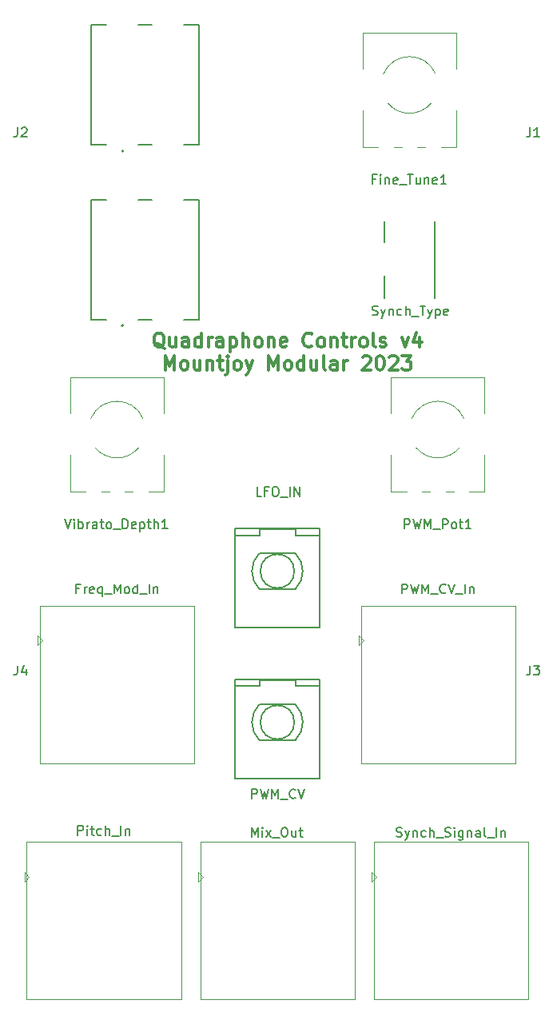
<source format=gbr>
%TF.GenerationSoftware,KiCad,Pcbnew,7.0.7*%
%TF.CreationDate,2023-08-21T15:50:52+01:00*%
%TF.ProjectId,Quadraphone_Controls_v3,51756164-7261-4706-986f-6e655f436f6e,rev?*%
%TF.SameCoordinates,Original*%
%TF.FileFunction,Legend,Top*%
%TF.FilePolarity,Positive*%
%FSLAX46Y46*%
G04 Gerber Fmt 4.6, Leading zero omitted, Abs format (unit mm)*
G04 Created by KiCad (PCBNEW 7.0.7) date 2023-08-21 15:50:52*
%MOMM*%
%LPD*%
G01*
G04 APERTURE LIST*
%ADD10C,0.150000*%
%ADD11C,0.300000*%
%ADD12C,0.120000*%
%ADD13C,0.127000*%
%ADD14C,0.200000*%
G04 APERTURE END LIST*
D10*
X106766666Y-59504819D02*
X106766666Y-60219104D01*
X106766666Y-60219104D02*
X106719047Y-60361961D01*
X106719047Y-60361961D02*
X106623809Y-60457200D01*
X106623809Y-60457200D02*
X106480952Y-60504819D01*
X106480952Y-60504819D02*
X106385714Y-60504819D01*
X107766666Y-60504819D02*
X107195238Y-60504819D01*
X107480952Y-60504819D02*
X107480952Y-59504819D01*
X107480952Y-59504819D02*
X107385714Y-59647676D01*
X107385714Y-59647676D02*
X107290476Y-59742914D01*
X107290476Y-59742914D02*
X107195238Y-59790533D01*
D11*
X68028571Y-82913685D02*
X67885714Y-82842257D01*
X67885714Y-82842257D02*
X67742857Y-82699400D01*
X67742857Y-82699400D02*
X67528571Y-82485114D01*
X67528571Y-82485114D02*
X67385714Y-82413685D01*
X67385714Y-82413685D02*
X67242857Y-82413685D01*
X67314286Y-82770828D02*
X67171429Y-82699400D01*
X67171429Y-82699400D02*
X67028571Y-82556542D01*
X67028571Y-82556542D02*
X66957143Y-82270828D01*
X66957143Y-82270828D02*
X66957143Y-81770828D01*
X66957143Y-81770828D02*
X67028571Y-81485114D01*
X67028571Y-81485114D02*
X67171429Y-81342257D01*
X67171429Y-81342257D02*
X67314286Y-81270828D01*
X67314286Y-81270828D02*
X67600000Y-81270828D01*
X67600000Y-81270828D02*
X67742857Y-81342257D01*
X67742857Y-81342257D02*
X67885714Y-81485114D01*
X67885714Y-81485114D02*
X67957143Y-81770828D01*
X67957143Y-81770828D02*
X67957143Y-82270828D01*
X67957143Y-82270828D02*
X67885714Y-82556542D01*
X67885714Y-82556542D02*
X67742857Y-82699400D01*
X67742857Y-82699400D02*
X67600000Y-82770828D01*
X67600000Y-82770828D02*
X67314286Y-82770828D01*
X69242858Y-81770828D02*
X69242858Y-82770828D01*
X68600000Y-81770828D02*
X68600000Y-82556542D01*
X68600000Y-82556542D02*
X68671429Y-82699400D01*
X68671429Y-82699400D02*
X68814286Y-82770828D01*
X68814286Y-82770828D02*
X69028572Y-82770828D01*
X69028572Y-82770828D02*
X69171429Y-82699400D01*
X69171429Y-82699400D02*
X69242858Y-82627971D01*
X70600001Y-82770828D02*
X70600001Y-81985114D01*
X70600001Y-81985114D02*
X70528572Y-81842257D01*
X70528572Y-81842257D02*
X70385715Y-81770828D01*
X70385715Y-81770828D02*
X70100001Y-81770828D01*
X70100001Y-81770828D02*
X69957143Y-81842257D01*
X70600001Y-82699400D02*
X70457143Y-82770828D01*
X70457143Y-82770828D02*
X70100001Y-82770828D01*
X70100001Y-82770828D02*
X69957143Y-82699400D01*
X69957143Y-82699400D02*
X69885715Y-82556542D01*
X69885715Y-82556542D02*
X69885715Y-82413685D01*
X69885715Y-82413685D02*
X69957143Y-82270828D01*
X69957143Y-82270828D02*
X70100001Y-82199400D01*
X70100001Y-82199400D02*
X70457143Y-82199400D01*
X70457143Y-82199400D02*
X70600001Y-82127971D01*
X71957144Y-82770828D02*
X71957144Y-81270828D01*
X71957144Y-82699400D02*
X71814286Y-82770828D01*
X71814286Y-82770828D02*
X71528572Y-82770828D01*
X71528572Y-82770828D02*
X71385715Y-82699400D01*
X71385715Y-82699400D02*
X71314286Y-82627971D01*
X71314286Y-82627971D02*
X71242858Y-82485114D01*
X71242858Y-82485114D02*
X71242858Y-82056542D01*
X71242858Y-82056542D02*
X71314286Y-81913685D01*
X71314286Y-81913685D02*
X71385715Y-81842257D01*
X71385715Y-81842257D02*
X71528572Y-81770828D01*
X71528572Y-81770828D02*
X71814286Y-81770828D01*
X71814286Y-81770828D02*
X71957144Y-81842257D01*
X72671429Y-82770828D02*
X72671429Y-81770828D01*
X72671429Y-82056542D02*
X72742858Y-81913685D01*
X72742858Y-81913685D02*
X72814287Y-81842257D01*
X72814287Y-81842257D02*
X72957144Y-81770828D01*
X72957144Y-81770828D02*
X73100001Y-81770828D01*
X74242858Y-82770828D02*
X74242858Y-81985114D01*
X74242858Y-81985114D02*
X74171429Y-81842257D01*
X74171429Y-81842257D02*
X74028572Y-81770828D01*
X74028572Y-81770828D02*
X73742858Y-81770828D01*
X73742858Y-81770828D02*
X73600000Y-81842257D01*
X74242858Y-82699400D02*
X74100000Y-82770828D01*
X74100000Y-82770828D02*
X73742858Y-82770828D01*
X73742858Y-82770828D02*
X73600000Y-82699400D01*
X73600000Y-82699400D02*
X73528572Y-82556542D01*
X73528572Y-82556542D02*
X73528572Y-82413685D01*
X73528572Y-82413685D02*
X73600000Y-82270828D01*
X73600000Y-82270828D02*
X73742858Y-82199400D01*
X73742858Y-82199400D02*
X74100000Y-82199400D01*
X74100000Y-82199400D02*
X74242858Y-82127971D01*
X74957143Y-81770828D02*
X74957143Y-83270828D01*
X74957143Y-81842257D02*
X75100001Y-81770828D01*
X75100001Y-81770828D02*
X75385715Y-81770828D01*
X75385715Y-81770828D02*
X75528572Y-81842257D01*
X75528572Y-81842257D02*
X75600001Y-81913685D01*
X75600001Y-81913685D02*
X75671429Y-82056542D01*
X75671429Y-82056542D02*
X75671429Y-82485114D01*
X75671429Y-82485114D02*
X75600001Y-82627971D01*
X75600001Y-82627971D02*
X75528572Y-82699400D01*
X75528572Y-82699400D02*
X75385715Y-82770828D01*
X75385715Y-82770828D02*
X75100001Y-82770828D01*
X75100001Y-82770828D02*
X74957143Y-82699400D01*
X76314286Y-82770828D02*
X76314286Y-81270828D01*
X76957144Y-82770828D02*
X76957144Y-81985114D01*
X76957144Y-81985114D02*
X76885715Y-81842257D01*
X76885715Y-81842257D02*
X76742858Y-81770828D01*
X76742858Y-81770828D02*
X76528572Y-81770828D01*
X76528572Y-81770828D02*
X76385715Y-81842257D01*
X76385715Y-81842257D02*
X76314286Y-81913685D01*
X77885715Y-82770828D02*
X77742858Y-82699400D01*
X77742858Y-82699400D02*
X77671429Y-82627971D01*
X77671429Y-82627971D02*
X77600001Y-82485114D01*
X77600001Y-82485114D02*
X77600001Y-82056542D01*
X77600001Y-82056542D02*
X77671429Y-81913685D01*
X77671429Y-81913685D02*
X77742858Y-81842257D01*
X77742858Y-81842257D02*
X77885715Y-81770828D01*
X77885715Y-81770828D02*
X78100001Y-81770828D01*
X78100001Y-81770828D02*
X78242858Y-81842257D01*
X78242858Y-81842257D02*
X78314287Y-81913685D01*
X78314287Y-81913685D02*
X78385715Y-82056542D01*
X78385715Y-82056542D02*
X78385715Y-82485114D01*
X78385715Y-82485114D02*
X78314287Y-82627971D01*
X78314287Y-82627971D02*
X78242858Y-82699400D01*
X78242858Y-82699400D02*
X78100001Y-82770828D01*
X78100001Y-82770828D02*
X77885715Y-82770828D01*
X79028572Y-81770828D02*
X79028572Y-82770828D01*
X79028572Y-81913685D02*
X79100001Y-81842257D01*
X79100001Y-81842257D02*
X79242858Y-81770828D01*
X79242858Y-81770828D02*
X79457144Y-81770828D01*
X79457144Y-81770828D02*
X79600001Y-81842257D01*
X79600001Y-81842257D02*
X79671430Y-81985114D01*
X79671430Y-81985114D02*
X79671430Y-82770828D01*
X80957144Y-82699400D02*
X80814287Y-82770828D01*
X80814287Y-82770828D02*
X80528573Y-82770828D01*
X80528573Y-82770828D02*
X80385715Y-82699400D01*
X80385715Y-82699400D02*
X80314287Y-82556542D01*
X80314287Y-82556542D02*
X80314287Y-81985114D01*
X80314287Y-81985114D02*
X80385715Y-81842257D01*
X80385715Y-81842257D02*
X80528573Y-81770828D01*
X80528573Y-81770828D02*
X80814287Y-81770828D01*
X80814287Y-81770828D02*
X80957144Y-81842257D01*
X80957144Y-81842257D02*
X81028573Y-81985114D01*
X81028573Y-81985114D02*
X81028573Y-82127971D01*
X81028573Y-82127971D02*
X80314287Y-82270828D01*
X83671429Y-82627971D02*
X83600001Y-82699400D01*
X83600001Y-82699400D02*
X83385715Y-82770828D01*
X83385715Y-82770828D02*
X83242858Y-82770828D01*
X83242858Y-82770828D02*
X83028572Y-82699400D01*
X83028572Y-82699400D02*
X82885715Y-82556542D01*
X82885715Y-82556542D02*
X82814286Y-82413685D01*
X82814286Y-82413685D02*
X82742858Y-82127971D01*
X82742858Y-82127971D02*
X82742858Y-81913685D01*
X82742858Y-81913685D02*
X82814286Y-81627971D01*
X82814286Y-81627971D02*
X82885715Y-81485114D01*
X82885715Y-81485114D02*
X83028572Y-81342257D01*
X83028572Y-81342257D02*
X83242858Y-81270828D01*
X83242858Y-81270828D02*
X83385715Y-81270828D01*
X83385715Y-81270828D02*
X83600001Y-81342257D01*
X83600001Y-81342257D02*
X83671429Y-81413685D01*
X84528572Y-82770828D02*
X84385715Y-82699400D01*
X84385715Y-82699400D02*
X84314286Y-82627971D01*
X84314286Y-82627971D02*
X84242858Y-82485114D01*
X84242858Y-82485114D02*
X84242858Y-82056542D01*
X84242858Y-82056542D02*
X84314286Y-81913685D01*
X84314286Y-81913685D02*
X84385715Y-81842257D01*
X84385715Y-81842257D02*
X84528572Y-81770828D01*
X84528572Y-81770828D02*
X84742858Y-81770828D01*
X84742858Y-81770828D02*
X84885715Y-81842257D01*
X84885715Y-81842257D02*
X84957144Y-81913685D01*
X84957144Y-81913685D02*
X85028572Y-82056542D01*
X85028572Y-82056542D02*
X85028572Y-82485114D01*
X85028572Y-82485114D02*
X84957144Y-82627971D01*
X84957144Y-82627971D02*
X84885715Y-82699400D01*
X84885715Y-82699400D02*
X84742858Y-82770828D01*
X84742858Y-82770828D02*
X84528572Y-82770828D01*
X85671429Y-81770828D02*
X85671429Y-82770828D01*
X85671429Y-81913685D02*
X85742858Y-81842257D01*
X85742858Y-81842257D02*
X85885715Y-81770828D01*
X85885715Y-81770828D02*
X86100001Y-81770828D01*
X86100001Y-81770828D02*
X86242858Y-81842257D01*
X86242858Y-81842257D02*
X86314287Y-81985114D01*
X86314287Y-81985114D02*
X86314287Y-82770828D01*
X86814287Y-81770828D02*
X87385715Y-81770828D01*
X87028572Y-81270828D02*
X87028572Y-82556542D01*
X87028572Y-82556542D02*
X87100001Y-82699400D01*
X87100001Y-82699400D02*
X87242858Y-82770828D01*
X87242858Y-82770828D02*
X87385715Y-82770828D01*
X87885715Y-82770828D02*
X87885715Y-81770828D01*
X87885715Y-82056542D02*
X87957144Y-81913685D01*
X87957144Y-81913685D02*
X88028573Y-81842257D01*
X88028573Y-81842257D02*
X88171430Y-81770828D01*
X88171430Y-81770828D02*
X88314287Y-81770828D01*
X89028572Y-82770828D02*
X88885715Y-82699400D01*
X88885715Y-82699400D02*
X88814286Y-82627971D01*
X88814286Y-82627971D02*
X88742858Y-82485114D01*
X88742858Y-82485114D02*
X88742858Y-82056542D01*
X88742858Y-82056542D02*
X88814286Y-81913685D01*
X88814286Y-81913685D02*
X88885715Y-81842257D01*
X88885715Y-81842257D02*
X89028572Y-81770828D01*
X89028572Y-81770828D02*
X89242858Y-81770828D01*
X89242858Y-81770828D02*
X89385715Y-81842257D01*
X89385715Y-81842257D02*
X89457144Y-81913685D01*
X89457144Y-81913685D02*
X89528572Y-82056542D01*
X89528572Y-82056542D02*
X89528572Y-82485114D01*
X89528572Y-82485114D02*
X89457144Y-82627971D01*
X89457144Y-82627971D02*
X89385715Y-82699400D01*
X89385715Y-82699400D02*
X89242858Y-82770828D01*
X89242858Y-82770828D02*
X89028572Y-82770828D01*
X90385715Y-82770828D02*
X90242858Y-82699400D01*
X90242858Y-82699400D02*
X90171429Y-82556542D01*
X90171429Y-82556542D02*
X90171429Y-81270828D01*
X90885715Y-82699400D02*
X91028572Y-82770828D01*
X91028572Y-82770828D02*
X91314286Y-82770828D01*
X91314286Y-82770828D02*
X91457143Y-82699400D01*
X91457143Y-82699400D02*
X91528572Y-82556542D01*
X91528572Y-82556542D02*
X91528572Y-82485114D01*
X91528572Y-82485114D02*
X91457143Y-82342257D01*
X91457143Y-82342257D02*
X91314286Y-82270828D01*
X91314286Y-82270828D02*
X91100001Y-82270828D01*
X91100001Y-82270828D02*
X90957143Y-82199400D01*
X90957143Y-82199400D02*
X90885715Y-82056542D01*
X90885715Y-82056542D02*
X90885715Y-81985114D01*
X90885715Y-81985114D02*
X90957143Y-81842257D01*
X90957143Y-81842257D02*
X91100001Y-81770828D01*
X91100001Y-81770828D02*
X91314286Y-81770828D01*
X91314286Y-81770828D02*
X91457143Y-81842257D01*
X93171429Y-81770828D02*
X93528572Y-82770828D01*
X93528572Y-82770828D02*
X93885715Y-81770828D01*
X95100001Y-81770828D02*
X95100001Y-82770828D01*
X94742858Y-81199400D02*
X94385715Y-82270828D01*
X94385715Y-82270828D02*
X95314286Y-82270828D01*
X68100000Y-85185828D02*
X68100000Y-83685828D01*
X68100000Y-83685828D02*
X68600000Y-84757257D01*
X68600000Y-84757257D02*
X69100000Y-83685828D01*
X69100000Y-83685828D02*
X69100000Y-85185828D01*
X70028572Y-85185828D02*
X69885715Y-85114400D01*
X69885715Y-85114400D02*
X69814286Y-85042971D01*
X69814286Y-85042971D02*
X69742858Y-84900114D01*
X69742858Y-84900114D02*
X69742858Y-84471542D01*
X69742858Y-84471542D02*
X69814286Y-84328685D01*
X69814286Y-84328685D02*
X69885715Y-84257257D01*
X69885715Y-84257257D02*
X70028572Y-84185828D01*
X70028572Y-84185828D02*
X70242858Y-84185828D01*
X70242858Y-84185828D02*
X70385715Y-84257257D01*
X70385715Y-84257257D02*
X70457144Y-84328685D01*
X70457144Y-84328685D02*
X70528572Y-84471542D01*
X70528572Y-84471542D02*
X70528572Y-84900114D01*
X70528572Y-84900114D02*
X70457144Y-85042971D01*
X70457144Y-85042971D02*
X70385715Y-85114400D01*
X70385715Y-85114400D02*
X70242858Y-85185828D01*
X70242858Y-85185828D02*
X70028572Y-85185828D01*
X71814287Y-84185828D02*
X71814287Y-85185828D01*
X71171429Y-84185828D02*
X71171429Y-84971542D01*
X71171429Y-84971542D02*
X71242858Y-85114400D01*
X71242858Y-85114400D02*
X71385715Y-85185828D01*
X71385715Y-85185828D02*
X71600001Y-85185828D01*
X71600001Y-85185828D02*
X71742858Y-85114400D01*
X71742858Y-85114400D02*
X71814287Y-85042971D01*
X72528572Y-84185828D02*
X72528572Y-85185828D01*
X72528572Y-84328685D02*
X72600001Y-84257257D01*
X72600001Y-84257257D02*
X72742858Y-84185828D01*
X72742858Y-84185828D02*
X72957144Y-84185828D01*
X72957144Y-84185828D02*
X73100001Y-84257257D01*
X73100001Y-84257257D02*
X73171430Y-84400114D01*
X73171430Y-84400114D02*
X73171430Y-85185828D01*
X73671430Y-84185828D02*
X74242858Y-84185828D01*
X73885715Y-83685828D02*
X73885715Y-84971542D01*
X73885715Y-84971542D02*
X73957144Y-85114400D01*
X73957144Y-85114400D02*
X74100001Y-85185828D01*
X74100001Y-85185828D02*
X74242858Y-85185828D01*
X74742858Y-84185828D02*
X74742858Y-85471542D01*
X74742858Y-85471542D02*
X74671430Y-85614400D01*
X74671430Y-85614400D02*
X74528573Y-85685828D01*
X74528573Y-85685828D02*
X74457144Y-85685828D01*
X74742858Y-83685828D02*
X74671430Y-83757257D01*
X74671430Y-83757257D02*
X74742858Y-83828685D01*
X74742858Y-83828685D02*
X74814287Y-83757257D01*
X74814287Y-83757257D02*
X74742858Y-83685828D01*
X74742858Y-83685828D02*
X74742858Y-83828685D01*
X75671430Y-85185828D02*
X75528573Y-85114400D01*
X75528573Y-85114400D02*
X75457144Y-85042971D01*
X75457144Y-85042971D02*
X75385716Y-84900114D01*
X75385716Y-84900114D02*
X75385716Y-84471542D01*
X75385716Y-84471542D02*
X75457144Y-84328685D01*
X75457144Y-84328685D02*
X75528573Y-84257257D01*
X75528573Y-84257257D02*
X75671430Y-84185828D01*
X75671430Y-84185828D02*
X75885716Y-84185828D01*
X75885716Y-84185828D02*
X76028573Y-84257257D01*
X76028573Y-84257257D02*
X76100002Y-84328685D01*
X76100002Y-84328685D02*
X76171430Y-84471542D01*
X76171430Y-84471542D02*
X76171430Y-84900114D01*
X76171430Y-84900114D02*
X76100002Y-85042971D01*
X76100002Y-85042971D02*
X76028573Y-85114400D01*
X76028573Y-85114400D02*
X75885716Y-85185828D01*
X75885716Y-85185828D02*
X75671430Y-85185828D01*
X76671430Y-84185828D02*
X77028573Y-85185828D01*
X77385716Y-84185828D02*
X77028573Y-85185828D01*
X77028573Y-85185828D02*
X76885716Y-85542971D01*
X76885716Y-85542971D02*
X76814287Y-85614400D01*
X76814287Y-85614400D02*
X76671430Y-85685828D01*
X79100001Y-85185828D02*
X79100001Y-83685828D01*
X79100001Y-83685828D02*
X79600001Y-84757257D01*
X79600001Y-84757257D02*
X80100001Y-83685828D01*
X80100001Y-83685828D02*
X80100001Y-85185828D01*
X81028573Y-85185828D02*
X80885716Y-85114400D01*
X80885716Y-85114400D02*
X80814287Y-85042971D01*
X80814287Y-85042971D02*
X80742859Y-84900114D01*
X80742859Y-84900114D02*
X80742859Y-84471542D01*
X80742859Y-84471542D02*
X80814287Y-84328685D01*
X80814287Y-84328685D02*
X80885716Y-84257257D01*
X80885716Y-84257257D02*
X81028573Y-84185828D01*
X81028573Y-84185828D02*
X81242859Y-84185828D01*
X81242859Y-84185828D02*
X81385716Y-84257257D01*
X81385716Y-84257257D02*
X81457145Y-84328685D01*
X81457145Y-84328685D02*
X81528573Y-84471542D01*
X81528573Y-84471542D02*
X81528573Y-84900114D01*
X81528573Y-84900114D02*
X81457145Y-85042971D01*
X81457145Y-85042971D02*
X81385716Y-85114400D01*
X81385716Y-85114400D02*
X81242859Y-85185828D01*
X81242859Y-85185828D02*
X81028573Y-85185828D01*
X82814288Y-85185828D02*
X82814288Y-83685828D01*
X82814288Y-85114400D02*
X82671430Y-85185828D01*
X82671430Y-85185828D02*
X82385716Y-85185828D01*
X82385716Y-85185828D02*
X82242859Y-85114400D01*
X82242859Y-85114400D02*
X82171430Y-85042971D01*
X82171430Y-85042971D02*
X82100002Y-84900114D01*
X82100002Y-84900114D02*
X82100002Y-84471542D01*
X82100002Y-84471542D02*
X82171430Y-84328685D01*
X82171430Y-84328685D02*
X82242859Y-84257257D01*
X82242859Y-84257257D02*
X82385716Y-84185828D01*
X82385716Y-84185828D02*
X82671430Y-84185828D01*
X82671430Y-84185828D02*
X82814288Y-84257257D01*
X84171431Y-84185828D02*
X84171431Y-85185828D01*
X83528573Y-84185828D02*
X83528573Y-84971542D01*
X83528573Y-84971542D02*
X83600002Y-85114400D01*
X83600002Y-85114400D02*
X83742859Y-85185828D01*
X83742859Y-85185828D02*
X83957145Y-85185828D01*
X83957145Y-85185828D02*
X84100002Y-85114400D01*
X84100002Y-85114400D02*
X84171431Y-85042971D01*
X85100002Y-85185828D02*
X84957145Y-85114400D01*
X84957145Y-85114400D02*
X84885716Y-84971542D01*
X84885716Y-84971542D02*
X84885716Y-83685828D01*
X86314288Y-85185828D02*
X86314288Y-84400114D01*
X86314288Y-84400114D02*
X86242859Y-84257257D01*
X86242859Y-84257257D02*
X86100002Y-84185828D01*
X86100002Y-84185828D02*
X85814288Y-84185828D01*
X85814288Y-84185828D02*
X85671430Y-84257257D01*
X86314288Y-85114400D02*
X86171430Y-85185828D01*
X86171430Y-85185828D02*
X85814288Y-85185828D01*
X85814288Y-85185828D02*
X85671430Y-85114400D01*
X85671430Y-85114400D02*
X85600002Y-84971542D01*
X85600002Y-84971542D02*
X85600002Y-84828685D01*
X85600002Y-84828685D02*
X85671430Y-84685828D01*
X85671430Y-84685828D02*
X85814288Y-84614400D01*
X85814288Y-84614400D02*
X86171430Y-84614400D01*
X86171430Y-84614400D02*
X86314288Y-84542971D01*
X87028573Y-85185828D02*
X87028573Y-84185828D01*
X87028573Y-84471542D02*
X87100002Y-84328685D01*
X87100002Y-84328685D02*
X87171431Y-84257257D01*
X87171431Y-84257257D02*
X87314288Y-84185828D01*
X87314288Y-84185828D02*
X87457145Y-84185828D01*
X89028573Y-83828685D02*
X89100001Y-83757257D01*
X89100001Y-83757257D02*
X89242859Y-83685828D01*
X89242859Y-83685828D02*
X89600001Y-83685828D01*
X89600001Y-83685828D02*
X89742859Y-83757257D01*
X89742859Y-83757257D02*
X89814287Y-83828685D01*
X89814287Y-83828685D02*
X89885716Y-83971542D01*
X89885716Y-83971542D02*
X89885716Y-84114400D01*
X89885716Y-84114400D02*
X89814287Y-84328685D01*
X89814287Y-84328685D02*
X88957144Y-85185828D01*
X88957144Y-85185828D02*
X89885716Y-85185828D01*
X90814287Y-83685828D02*
X90957144Y-83685828D01*
X90957144Y-83685828D02*
X91100001Y-83757257D01*
X91100001Y-83757257D02*
X91171430Y-83828685D01*
X91171430Y-83828685D02*
X91242858Y-83971542D01*
X91242858Y-83971542D02*
X91314287Y-84257257D01*
X91314287Y-84257257D02*
X91314287Y-84614400D01*
X91314287Y-84614400D02*
X91242858Y-84900114D01*
X91242858Y-84900114D02*
X91171430Y-85042971D01*
X91171430Y-85042971D02*
X91100001Y-85114400D01*
X91100001Y-85114400D02*
X90957144Y-85185828D01*
X90957144Y-85185828D02*
X90814287Y-85185828D01*
X90814287Y-85185828D02*
X90671430Y-85114400D01*
X90671430Y-85114400D02*
X90600001Y-85042971D01*
X90600001Y-85042971D02*
X90528572Y-84900114D01*
X90528572Y-84900114D02*
X90457144Y-84614400D01*
X90457144Y-84614400D02*
X90457144Y-84257257D01*
X90457144Y-84257257D02*
X90528572Y-83971542D01*
X90528572Y-83971542D02*
X90600001Y-83828685D01*
X90600001Y-83828685D02*
X90671430Y-83757257D01*
X90671430Y-83757257D02*
X90814287Y-83685828D01*
X91885715Y-83828685D02*
X91957143Y-83757257D01*
X91957143Y-83757257D02*
X92100001Y-83685828D01*
X92100001Y-83685828D02*
X92457143Y-83685828D01*
X92457143Y-83685828D02*
X92600001Y-83757257D01*
X92600001Y-83757257D02*
X92671429Y-83828685D01*
X92671429Y-83828685D02*
X92742858Y-83971542D01*
X92742858Y-83971542D02*
X92742858Y-84114400D01*
X92742858Y-84114400D02*
X92671429Y-84328685D01*
X92671429Y-84328685D02*
X91814286Y-85185828D01*
X91814286Y-85185828D02*
X92742858Y-85185828D01*
X93242857Y-83685828D02*
X94171429Y-83685828D01*
X94171429Y-83685828D02*
X93671429Y-84257257D01*
X93671429Y-84257257D02*
X93885714Y-84257257D01*
X93885714Y-84257257D02*
X94028572Y-84328685D01*
X94028572Y-84328685D02*
X94100000Y-84400114D01*
X94100000Y-84400114D02*
X94171429Y-84542971D01*
X94171429Y-84542971D02*
X94171429Y-84900114D01*
X94171429Y-84900114D02*
X94100000Y-85042971D01*
X94100000Y-85042971D02*
X94028572Y-85114400D01*
X94028572Y-85114400D02*
X93885714Y-85185828D01*
X93885714Y-85185828D02*
X93457143Y-85185828D01*
X93457143Y-85185828D02*
X93314286Y-85114400D01*
X93314286Y-85114400D02*
X93242857Y-85042971D01*
D10*
X52466666Y-116504819D02*
X52466666Y-117219104D01*
X52466666Y-117219104D02*
X52419047Y-117361961D01*
X52419047Y-117361961D02*
X52323809Y-117457200D01*
X52323809Y-117457200D02*
X52180952Y-117504819D01*
X52180952Y-117504819D02*
X52085714Y-117504819D01*
X53371428Y-116838152D02*
X53371428Y-117504819D01*
X53133333Y-116457200D02*
X52895238Y-117171485D01*
X52895238Y-117171485D02*
X53514285Y-117171485D01*
X106766666Y-116504819D02*
X106766666Y-117219104D01*
X106766666Y-117219104D02*
X106719047Y-117361961D01*
X106719047Y-117361961D02*
X106623809Y-117457200D01*
X106623809Y-117457200D02*
X106480952Y-117504819D01*
X106480952Y-117504819D02*
X106385714Y-117504819D01*
X107147619Y-116504819D02*
X107766666Y-116504819D01*
X107766666Y-116504819D02*
X107433333Y-116885771D01*
X107433333Y-116885771D02*
X107576190Y-116885771D01*
X107576190Y-116885771D02*
X107671428Y-116933390D01*
X107671428Y-116933390D02*
X107719047Y-116981009D01*
X107719047Y-116981009D02*
X107766666Y-117076247D01*
X107766666Y-117076247D02*
X107766666Y-117314342D01*
X107766666Y-117314342D02*
X107719047Y-117409580D01*
X107719047Y-117409580D02*
X107671428Y-117457200D01*
X107671428Y-117457200D02*
X107576190Y-117504819D01*
X107576190Y-117504819D02*
X107290476Y-117504819D01*
X107290476Y-117504819D02*
X107195238Y-117457200D01*
X107195238Y-117457200D02*
X107147619Y-117409580D01*
X52466666Y-59504819D02*
X52466666Y-60219104D01*
X52466666Y-60219104D02*
X52419047Y-60361961D01*
X52419047Y-60361961D02*
X52323809Y-60457200D01*
X52323809Y-60457200D02*
X52180952Y-60504819D01*
X52180952Y-60504819D02*
X52085714Y-60504819D01*
X52895238Y-59600057D02*
X52942857Y-59552438D01*
X52942857Y-59552438D02*
X53038095Y-59504819D01*
X53038095Y-59504819D02*
X53276190Y-59504819D01*
X53276190Y-59504819D02*
X53371428Y-59552438D01*
X53371428Y-59552438D02*
X53419047Y-59600057D01*
X53419047Y-59600057D02*
X53466666Y-59695295D01*
X53466666Y-59695295D02*
X53466666Y-59790533D01*
X53466666Y-59790533D02*
X53419047Y-59933390D01*
X53419047Y-59933390D02*
X52847619Y-60504819D01*
X52847619Y-60504819D02*
X53466666Y-60504819D01*
X93214286Y-108854819D02*
X93214286Y-107854819D01*
X93214286Y-107854819D02*
X93595238Y-107854819D01*
X93595238Y-107854819D02*
X93690476Y-107902438D01*
X93690476Y-107902438D02*
X93738095Y-107950057D01*
X93738095Y-107950057D02*
X93785714Y-108045295D01*
X93785714Y-108045295D02*
X93785714Y-108188152D01*
X93785714Y-108188152D02*
X93738095Y-108283390D01*
X93738095Y-108283390D02*
X93690476Y-108331009D01*
X93690476Y-108331009D02*
X93595238Y-108378628D01*
X93595238Y-108378628D02*
X93214286Y-108378628D01*
X94119048Y-107854819D02*
X94357143Y-108854819D01*
X94357143Y-108854819D02*
X94547619Y-108140533D01*
X94547619Y-108140533D02*
X94738095Y-108854819D01*
X94738095Y-108854819D02*
X94976191Y-107854819D01*
X95357143Y-108854819D02*
X95357143Y-107854819D01*
X95357143Y-107854819D02*
X95690476Y-108569104D01*
X95690476Y-108569104D02*
X96023809Y-107854819D01*
X96023809Y-107854819D02*
X96023809Y-108854819D01*
X96261905Y-108950057D02*
X97023809Y-108950057D01*
X97833333Y-108759580D02*
X97785714Y-108807200D01*
X97785714Y-108807200D02*
X97642857Y-108854819D01*
X97642857Y-108854819D02*
X97547619Y-108854819D01*
X97547619Y-108854819D02*
X97404762Y-108807200D01*
X97404762Y-108807200D02*
X97309524Y-108711961D01*
X97309524Y-108711961D02*
X97261905Y-108616723D01*
X97261905Y-108616723D02*
X97214286Y-108426247D01*
X97214286Y-108426247D02*
X97214286Y-108283390D01*
X97214286Y-108283390D02*
X97261905Y-108092914D01*
X97261905Y-108092914D02*
X97309524Y-107997676D01*
X97309524Y-107997676D02*
X97404762Y-107902438D01*
X97404762Y-107902438D02*
X97547619Y-107854819D01*
X97547619Y-107854819D02*
X97642857Y-107854819D01*
X97642857Y-107854819D02*
X97785714Y-107902438D01*
X97785714Y-107902438D02*
X97833333Y-107950057D01*
X98119048Y-107854819D02*
X98452381Y-108854819D01*
X98452381Y-108854819D02*
X98785714Y-107854819D01*
X98880953Y-108950057D02*
X99642857Y-108950057D01*
X99880953Y-108854819D02*
X99880953Y-107854819D01*
X100357143Y-108188152D02*
X100357143Y-108854819D01*
X100357143Y-108283390D02*
X100404762Y-108235771D01*
X100404762Y-108235771D02*
X100500000Y-108188152D01*
X100500000Y-108188152D02*
X100642857Y-108188152D01*
X100642857Y-108188152D02*
X100738095Y-108235771D01*
X100738095Y-108235771D02*
X100785714Y-108331009D01*
X100785714Y-108331009D02*
X100785714Y-108854819D01*
X90412380Y-64971009D02*
X90079047Y-64971009D01*
X90079047Y-65494819D02*
X90079047Y-64494819D01*
X90079047Y-64494819D02*
X90555237Y-64494819D01*
X90936190Y-65494819D02*
X90936190Y-64828152D01*
X90936190Y-64494819D02*
X90888571Y-64542438D01*
X90888571Y-64542438D02*
X90936190Y-64590057D01*
X90936190Y-64590057D02*
X90983809Y-64542438D01*
X90983809Y-64542438D02*
X90936190Y-64494819D01*
X90936190Y-64494819D02*
X90936190Y-64590057D01*
X91412380Y-64828152D02*
X91412380Y-65494819D01*
X91412380Y-64923390D02*
X91459999Y-64875771D01*
X91459999Y-64875771D02*
X91555237Y-64828152D01*
X91555237Y-64828152D02*
X91698094Y-64828152D01*
X91698094Y-64828152D02*
X91793332Y-64875771D01*
X91793332Y-64875771D02*
X91840951Y-64971009D01*
X91840951Y-64971009D02*
X91840951Y-65494819D01*
X92698094Y-65447200D02*
X92602856Y-65494819D01*
X92602856Y-65494819D02*
X92412380Y-65494819D01*
X92412380Y-65494819D02*
X92317142Y-65447200D01*
X92317142Y-65447200D02*
X92269523Y-65351961D01*
X92269523Y-65351961D02*
X92269523Y-64971009D01*
X92269523Y-64971009D02*
X92317142Y-64875771D01*
X92317142Y-64875771D02*
X92412380Y-64828152D01*
X92412380Y-64828152D02*
X92602856Y-64828152D01*
X92602856Y-64828152D02*
X92698094Y-64875771D01*
X92698094Y-64875771D02*
X92745713Y-64971009D01*
X92745713Y-64971009D02*
X92745713Y-65066247D01*
X92745713Y-65066247D02*
X92269523Y-65161485D01*
X92936190Y-65590057D02*
X93698094Y-65590057D01*
X93793333Y-64494819D02*
X94364761Y-64494819D01*
X94079047Y-65494819D02*
X94079047Y-64494819D01*
X95126666Y-64828152D02*
X95126666Y-65494819D01*
X94698095Y-64828152D02*
X94698095Y-65351961D01*
X94698095Y-65351961D02*
X94745714Y-65447200D01*
X94745714Y-65447200D02*
X94840952Y-65494819D01*
X94840952Y-65494819D02*
X94983809Y-65494819D01*
X94983809Y-65494819D02*
X95079047Y-65447200D01*
X95079047Y-65447200D02*
X95126666Y-65399580D01*
X95602857Y-64828152D02*
X95602857Y-65494819D01*
X95602857Y-64923390D02*
X95650476Y-64875771D01*
X95650476Y-64875771D02*
X95745714Y-64828152D01*
X95745714Y-64828152D02*
X95888571Y-64828152D01*
X95888571Y-64828152D02*
X95983809Y-64875771D01*
X95983809Y-64875771D02*
X96031428Y-64971009D01*
X96031428Y-64971009D02*
X96031428Y-65494819D01*
X96888571Y-65447200D02*
X96793333Y-65494819D01*
X96793333Y-65494819D02*
X96602857Y-65494819D01*
X96602857Y-65494819D02*
X96507619Y-65447200D01*
X96507619Y-65447200D02*
X96460000Y-65351961D01*
X96460000Y-65351961D02*
X96460000Y-64971009D01*
X96460000Y-64971009D02*
X96507619Y-64875771D01*
X96507619Y-64875771D02*
X96602857Y-64828152D01*
X96602857Y-64828152D02*
X96793333Y-64828152D01*
X96793333Y-64828152D02*
X96888571Y-64875771D01*
X96888571Y-64875771D02*
X96936190Y-64971009D01*
X96936190Y-64971009D02*
X96936190Y-65066247D01*
X96936190Y-65066247D02*
X96460000Y-65161485D01*
X97888571Y-65494819D02*
X97317143Y-65494819D01*
X97602857Y-65494819D02*
X97602857Y-64494819D01*
X97602857Y-64494819D02*
X97507619Y-64637676D01*
X97507619Y-64637676D02*
X97412381Y-64732914D01*
X97412381Y-64732914D02*
X97317143Y-64780533D01*
X59023809Y-108331009D02*
X58690476Y-108331009D01*
X58690476Y-108854819D02*
X58690476Y-107854819D01*
X58690476Y-107854819D02*
X59166666Y-107854819D01*
X59547619Y-108854819D02*
X59547619Y-108188152D01*
X59547619Y-108378628D02*
X59595238Y-108283390D01*
X59595238Y-108283390D02*
X59642857Y-108235771D01*
X59642857Y-108235771D02*
X59738095Y-108188152D01*
X59738095Y-108188152D02*
X59833333Y-108188152D01*
X60547619Y-108807200D02*
X60452381Y-108854819D01*
X60452381Y-108854819D02*
X60261905Y-108854819D01*
X60261905Y-108854819D02*
X60166667Y-108807200D01*
X60166667Y-108807200D02*
X60119048Y-108711961D01*
X60119048Y-108711961D02*
X60119048Y-108331009D01*
X60119048Y-108331009D02*
X60166667Y-108235771D01*
X60166667Y-108235771D02*
X60261905Y-108188152D01*
X60261905Y-108188152D02*
X60452381Y-108188152D01*
X60452381Y-108188152D02*
X60547619Y-108235771D01*
X60547619Y-108235771D02*
X60595238Y-108331009D01*
X60595238Y-108331009D02*
X60595238Y-108426247D01*
X60595238Y-108426247D02*
X60119048Y-108521485D01*
X61452381Y-108188152D02*
X61452381Y-109188152D01*
X61452381Y-108807200D02*
X61357143Y-108854819D01*
X61357143Y-108854819D02*
X61166667Y-108854819D01*
X61166667Y-108854819D02*
X61071429Y-108807200D01*
X61071429Y-108807200D02*
X61023810Y-108759580D01*
X61023810Y-108759580D02*
X60976191Y-108664342D01*
X60976191Y-108664342D02*
X60976191Y-108378628D01*
X60976191Y-108378628D02*
X61023810Y-108283390D01*
X61023810Y-108283390D02*
X61071429Y-108235771D01*
X61071429Y-108235771D02*
X61166667Y-108188152D01*
X61166667Y-108188152D02*
X61357143Y-108188152D01*
X61357143Y-108188152D02*
X61452381Y-108235771D01*
X61690477Y-108950057D02*
X62452381Y-108950057D01*
X62690477Y-108854819D02*
X62690477Y-107854819D01*
X62690477Y-107854819D02*
X63023810Y-108569104D01*
X63023810Y-108569104D02*
X63357143Y-107854819D01*
X63357143Y-107854819D02*
X63357143Y-108854819D01*
X63976191Y-108854819D02*
X63880953Y-108807200D01*
X63880953Y-108807200D02*
X63833334Y-108759580D01*
X63833334Y-108759580D02*
X63785715Y-108664342D01*
X63785715Y-108664342D02*
X63785715Y-108378628D01*
X63785715Y-108378628D02*
X63833334Y-108283390D01*
X63833334Y-108283390D02*
X63880953Y-108235771D01*
X63880953Y-108235771D02*
X63976191Y-108188152D01*
X63976191Y-108188152D02*
X64119048Y-108188152D01*
X64119048Y-108188152D02*
X64214286Y-108235771D01*
X64214286Y-108235771D02*
X64261905Y-108283390D01*
X64261905Y-108283390D02*
X64309524Y-108378628D01*
X64309524Y-108378628D02*
X64309524Y-108664342D01*
X64309524Y-108664342D02*
X64261905Y-108759580D01*
X64261905Y-108759580D02*
X64214286Y-108807200D01*
X64214286Y-108807200D02*
X64119048Y-108854819D01*
X64119048Y-108854819D02*
X63976191Y-108854819D01*
X65166667Y-108854819D02*
X65166667Y-107854819D01*
X65166667Y-108807200D02*
X65071429Y-108854819D01*
X65071429Y-108854819D02*
X64880953Y-108854819D01*
X64880953Y-108854819D02*
X64785715Y-108807200D01*
X64785715Y-108807200D02*
X64738096Y-108759580D01*
X64738096Y-108759580D02*
X64690477Y-108664342D01*
X64690477Y-108664342D02*
X64690477Y-108378628D01*
X64690477Y-108378628D02*
X64738096Y-108283390D01*
X64738096Y-108283390D02*
X64785715Y-108235771D01*
X64785715Y-108235771D02*
X64880953Y-108188152D01*
X64880953Y-108188152D02*
X65071429Y-108188152D01*
X65071429Y-108188152D02*
X65166667Y-108235771D01*
X65404763Y-108950057D02*
X66166667Y-108950057D01*
X66404763Y-108854819D02*
X66404763Y-107854819D01*
X66880953Y-108188152D02*
X66880953Y-108854819D01*
X66880953Y-108283390D02*
X66928572Y-108235771D01*
X66928572Y-108235771D02*
X67023810Y-108188152D01*
X67023810Y-108188152D02*
X67166667Y-108188152D01*
X67166667Y-108188152D02*
X67261905Y-108235771D01*
X67261905Y-108235771D02*
X67309524Y-108331009D01*
X67309524Y-108331009D02*
X67309524Y-108854819D01*
X92614285Y-134607200D02*
X92757142Y-134654819D01*
X92757142Y-134654819D02*
X92995237Y-134654819D01*
X92995237Y-134654819D02*
X93090475Y-134607200D01*
X93090475Y-134607200D02*
X93138094Y-134559580D01*
X93138094Y-134559580D02*
X93185713Y-134464342D01*
X93185713Y-134464342D02*
X93185713Y-134369104D01*
X93185713Y-134369104D02*
X93138094Y-134273866D01*
X93138094Y-134273866D02*
X93090475Y-134226247D01*
X93090475Y-134226247D02*
X92995237Y-134178628D01*
X92995237Y-134178628D02*
X92804761Y-134131009D01*
X92804761Y-134131009D02*
X92709523Y-134083390D01*
X92709523Y-134083390D02*
X92661904Y-134035771D01*
X92661904Y-134035771D02*
X92614285Y-133940533D01*
X92614285Y-133940533D02*
X92614285Y-133845295D01*
X92614285Y-133845295D02*
X92661904Y-133750057D01*
X92661904Y-133750057D02*
X92709523Y-133702438D01*
X92709523Y-133702438D02*
X92804761Y-133654819D01*
X92804761Y-133654819D02*
X93042856Y-133654819D01*
X93042856Y-133654819D02*
X93185713Y-133702438D01*
X93519047Y-133988152D02*
X93757142Y-134654819D01*
X93995237Y-133988152D02*
X93757142Y-134654819D01*
X93757142Y-134654819D02*
X93661904Y-134892914D01*
X93661904Y-134892914D02*
X93614285Y-134940533D01*
X93614285Y-134940533D02*
X93519047Y-134988152D01*
X94376190Y-133988152D02*
X94376190Y-134654819D01*
X94376190Y-134083390D02*
X94423809Y-134035771D01*
X94423809Y-134035771D02*
X94519047Y-133988152D01*
X94519047Y-133988152D02*
X94661904Y-133988152D01*
X94661904Y-133988152D02*
X94757142Y-134035771D01*
X94757142Y-134035771D02*
X94804761Y-134131009D01*
X94804761Y-134131009D02*
X94804761Y-134654819D01*
X95709523Y-134607200D02*
X95614285Y-134654819D01*
X95614285Y-134654819D02*
X95423809Y-134654819D01*
X95423809Y-134654819D02*
X95328571Y-134607200D01*
X95328571Y-134607200D02*
X95280952Y-134559580D01*
X95280952Y-134559580D02*
X95233333Y-134464342D01*
X95233333Y-134464342D02*
X95233333Y-134178628D01*
X95233333Y-134178628D02*
X95280952Y-134083390D01*
X95280952Y-134083390D02*
X95328571Y-134035771D01*
X95328571Y-134035771D02*
X95423809Y-133988152D01*
X95423809Y-133988152D02*
X95614285Y-133988152D01*
X95614285Y-133988152D02*
X95709523Y-134035771D01*
X96138095Y-134654819D02*
X96138095Y-133654819D01*
X96566666Y-134654819D02*
X96566666Y-134131009D01*
X96566666Y-134131009D02*
X96519047Y-134035771D01*
X96519047Y-134035771D02*
X96423809Y-133988152D01*
X96423809Y-133988152D02*
X96280952Y-133988152D01*
X96280952Y-133988152D02*
X96185714Y-134035771D01*
X96185714Y-134035771D02*
X96138095Y-134083390D01*
X96804762Y-134750057D02*
X97566666Y-134750057D01*
X97757143Y-134607200D02*
X97900000Y-134654819D01*
X97900000Y-134654819D02*
X98138095Y-134654819D01*
X98138095Y-134654819D02*
X98233333Y-134607200D01*
X98233333Y-134607200D02*
X98280952Y-134559580D01*
X98280952Y-134559580D02*
X98328571Y-134464342D01*
X98328571Y-134464342D02*
X98328571Y-134369104D01*
X98328571Y-134369104D02*
X98280952Y-134273866D01*
X98280952Y-134273866D02*
X98233333Y-134226247D01*
X98233333Y-134226247D02*
X98138095Y-134178628D01*
X98138095Y-134178628D02*
X97947619Y-134131009D01*
X97947619Y-134131009D02*
X97852381Y-134083390D01*
X97852381Y-134083390D02*
X97804762Y-134035771D01*
X97804762Y-134035771D02*
X97757143Y-133940533D01*
X97757143Y-133940533D02*
X97757143Y-133845295D01*
X97757143Y-133845295D02*
X97804762Y-133750057D01*
X97804762Y-133750057D02*
X97852381Y-133702438D01*
X97852381Y-133702438D02*
X97947619Y-133654819D01*
X97947619Y-133654819D02*
X98185714Y-133654819D01*
X98185714Y-133654819D02*
X98328571Y-133702438D01*
X98757143Y-134654819D02*
X98757143Y-133988152D01*
X98757143Y-133654819D02*
X98709524Y-133702438D01*
X98709524Y-133702438D02*
X98757143Y-133750057D01*
X98757143Y-133750057D02*
X98804762Y-133702438D01*
X98804762Y-133702438D02*
X98757143Y-133654819D01*
X98757143Y-133654819D02*
X98757143Y-133750057D01*
X99661904Y-133988152D02*
X99661904Y-134797676D01*
X99661904Y-134797676D02*
X99614285Y-134892914D01*
X99614285Y-134892914D02*
X99566666Y-134940533D01*
X99566666Y-134940533D02*
X99471428Y-134988152D01*
X99471428Y-134988152D02*
X99328571Y-134988152D01*
X99328571Y-134988152D02*
X99233333Y-134940533D01*
X99661904Y-134607200D02*
X99566666Y-134654819D01*
X99566666Y-134654819D02*
X99376190Y-134654819D01*
X99376190Y-134654819D02*
X99280952Y-134607200D01*
X99280952Y-134607200D02*
X99233333Y-134559580D01*
X99233333Y-134559580D02*
X99185714Y-134464342D01*
X99185714Y-134464342D02*
X99185714Y-134178628D01*
X99185714Y-134178628D02*
X99233333Y-134083390D01*
X99233333Y-134083390D02*
X99280952Y-134035771D01*
X99280952Y-134035771D02*
X99376190Y-133988152D01*
X99376190Y-133988152D02*
X99566666Y-133988152D01*
X99566666Y-133988152D02*
X99661904Y-134035771D01*
X100138095Y-133988152D02*
X100138095Y-134654819D01*
X100138095Y-134083390D02*
X100185714Y-134035771D01*
X100185714Y-134035771D02*
X100280952Y-133988152D01*
X100280952Y-133988152D02*
X100423809Y-133988152D01*
X100423809Y-133988152D02*
X100519047Y-134035771D01*
X100519047Y-134035771D02*
X100566666Y-134131009D01*
X100566666Y-134131009D02*
X100566666Y-134654819D01*
X101471428Y-134654819D02*
X101471428Y-134131009D01*
X101471428Y-134131009D02*
X101423809Y-134035771D01*
X101423809Y-134035771D02*
X101328571Y-133988152D01*
X101328571Y-133988152D02*
X101138095Y-133988152D01*
X101138095Y-133988152D02*
X101042857Y-134035771D01*
X101471428Y-134607200D02*
X101376190Y-134654819D01*
X101376190Y-134654819D02*
X101138095Y-134654819D01*
X101138095Y-134654819D02*
X101042857Y-134607200D01*
X101042857Y-134607200D02*
X100995238Y-134511961D01*
X100995238Y-134511961D02*
X100995238Y-134416723D01*
X100995238Y-134416723D02*
X101042857Y-134321485D01*
X101042857Y-134321485D02*
X101138095Y-134273866D01*
X101138095Y-134273866D02*
X101376190Y-134273866D01*
X101376190Y-134273866D02*
X101471428Y-134226247D01*
X102090476Y-134654819D02*
X101995238Y-134607200D01*
X101995238Y-134607200D02*
X101947619Y-134511961D01*
X101947619Y-134511961D02*
X101947619Y-133654819D01*
X102233334Y-134750057D02*
X102995238Y-134750057D01*
X103233334Y-134654819D02*
X103233334Y-133654819D01*
X103709524Y-133988152D02*
X103709524Y-134654819D01*
X103709524Y-134083390D02*
X103757143Y-134035771D01*
X103757143Y-134035771D02*
X103852381Y-133988152D01*
X103852381Y-133988152D02*
X103995238Y-133988152D01*
X103995238Y-133988152D02*
X104090476Y-134035771D01*
X104090476Y-134035771D02*
X104138095Y-134131009D01*
X104138095Y-134131009D02*
X104138095Y-134654819D01*
X90060190Y-79353300D02*
X90203047Y-79400919D01*
X90203047Y-79400919D02*
X90441142Y-79400919D01*
X90441142Y-79400919D02*
X90536380Y-79353300D01*
X90536380Y-79353300D02*
X90583999Y-79305680D01*
X90583999Y-79305680D02*
X90631618Y-79210442D01*
X90631618Y-79210442D02*
X90631618Y-79115204D01*
X90631618Y-79115204D02*
X90583999Y-79019966D01*
X90583999Y-79019966D02*
X90536380Y-78972347D01*
X90536380Y-78972347D02*
X90441142Y-78924728D01*
X90441142Y-78924728D02*
X90250666Y-78877109D01*
X90250666Y-78877109D02*
X90155428Y-78829490D01*
X90155428Y-78829490D02*
X90107809Y-78781871D01*
X90107809Y-78781871D02*
X90060190Y-78686633D01*
X90060190Y-78686633D02*
X90060190Y-78591395D01*
X90060190Y-78591395D02*
X90107809Y-78496157D01*
X90107809Y-78496157D02*
X90155428Y-78448538D01*
X90155428Y-78448538D02*
X90250666Y-78400919D01*
X90250666Y-78400919D02*
X90488761Y-78400919D01*
X90488761Y-78400919D02*
X90631618Y-78448538D01*
X90964952Y-78734252D02*
X91203047Y-79400919D01*
X91441142Y-78734252D02*
X91203047Y-79400919D01*
X91203047Y-79400919D02*
X91107809Y-79639014D01*
X91107809Y-79639014D02*
X91060190Y-79686633D01*
X91060190Y-79686633D02*
X90964952Y-79734252D01*
X91822095Y-78734252D02*
X91822095Y-79400919D01*
X91822095Y-78829490D02*
X91869714Y-78781871D01*
X91869714Y-78781871D02*
X91964952Y-78734252D01*
X91964952Y-78734252D02*
X92107809Y-78734252D01*
X92107809Y-78734252D02*
X92203047Y-78781871D01*
X92203047Y-78781871D02*
X92250666Y-78877109D01*
X92250666Y-78877109D02*
X92250666Y-79400919D01*
X93155428Y-79353300D02*
X93060190Y-79400919D01*
X93060190Y-79400919D02*
X92869714Y-79400919D01*
X92869714Y-79400919D02*
X92774476Y-79353300D01*
X92774476Y-79353300D02*
X92726857Y-79305680D01*
X92726857Y-79305680D02*
X92679238Y-79210442D01*
X92679238Y-79210442D02*
X92679238Y-78924728D01*
X92679238Y-78924728D02*
X92726857Y-78829490D01*
X92726857Y-78829490D02*
X92774476Y-78781871D01*
X92774476Y-78781871D02*
X92869714Y-78734252D01*
X92869714Y-78734252D02*
X93060190Y-78734252D01*
X93060190Y-78734252D02*
X93155428Y-78781871D01*
X93584000Y-79400919D02*
X93584000Y-78400919D01*
X94012571Y-79400919D02*
X94012571Y-78877109D01*
X94012571Y-78877109D02*
X93964952Y-78781871D01*
X93964952Y-78781871D02*
X93869714Y-78734252D01*
X93869714Y-78734252D02*
X93726857Y-78734252D01*
X93726857Y-78734252D02*
X93631619Y-78781871D01*
X93631619Y-78781871D02*
X93584000Y-78829490D01*
X94250667Y-79496157D02*
X95012571Y-79496157D01*
X95107810Y-78400919D02*
X95679238Y-78400919D01*
X95393524Y-79400919D02*
X95393524Y-78400919D01*
X95917334Y-78734252D02*
X96155429Y-79400919D01*
X96393524Y-78734252D02*
X96155429Y-79400919D01*
X96155429Y-79400919D02*
X96060191Y-79639014D01*
X96060191Y-79639014D02*
X96012572Y-79686633D01*
X96012572Y-79686633D02*
X95917334Y-79734252D01*
X96774477Y-78734252D02*
X96774477Y-79734252D01*
X96774477Y-78781871D02*
X96869715Y-78734252D01*
X96869715Y-78734252D02*
X97060191Y-78734252D01*
X97060191Y-78734252D02*
X97155429Y-78781871D01*
X97155429Y-78781871D02*
X97203048Y-78829490D01*
X97203048Y-78829490D02*
X97250667Y-78924728D01*
X97250667Y-78924728D02*
X97250667Y-79210442D01*
X97250667Y-79210442D02*
X97203048Y-79305680D01*
X97203048Y-79305680D02*
X97155429Y-79353300D01*
X97155429Y-79353300D02*
X97060191Y-79400919D01*
X97060191Y-79400919D02*
X96869715Y-79400919D01*
X96869715Y-79400919D02*
X96774477Y-79353300D01*
X98060191Y-79353300D02*
X97964953Y-79400919D01*
X97964953Y-79400919D02*
X97774477Y-79400919D01*
X97774477Y-79400919D02*
X97679239Y-79353300D01*
X97679239Y-79353300D02*
X97631620Y-79258061D01*
X97631620Y-79258061D02*
X97631620Y-78877109D01*
X97631620Y-78877109D02*
X97679239Y-78781871D01*
X97679239Y-78781871D02*
X97774477Y-78734252D01*
X97774477Y-78734252D02*
X97964953Y-78734252D01*
X97964953Y-78734252D02*
X98060191Y-78781871D01*
X98060191Y-78781871D02*
X98107810Y-78877109D01*
X98107810Y-78877109D02*
X98107810Y-78972347D01*
X98107810Y-78972347D02*
X97631620Y-79067585D01*
X57459999Y-100994819D02*
X57793332Y-101994819D01*
X57793332Y-101994819D02*
X58126665Y-100994819D01*
X58459999Y-101994819D02*
X58459999Y-101328152D01*
X58459999Y-100994819D02*
X58412380Y-101042438D01*
X58412380Y-101042438D02*
X58459999Y-101090057D01*
X58459999Y-101090057D02*
X58507618Y-101042438D01*
X58507618Y-101042438D02*
X58459999Y-100994819D01*
X58459999Y-100994819D02*
X58459999Y-101090057D01*
X58936189Y-101994819D02*
X58936189Y-100994819D01*
X58936189Y-101375771D02*
X59031427Y-101328152D01*
X59031427Y-101328152D02*
X59221903Y-101328152D01*
X59221903Y-101328152D02*
X59317141Y-101375771D01*
X59317141Y-101375771D02*
X59364760Y-101423390D01*
X59364760Y-101423390D02*
X59412379Y-101518628D01*
X59412379Y-101518628D02*
X59412379Y-101804342D01*
X59412379Y-101804342D02*
X59364760Y-101899580D01*
X59364760Y-101899580D02*
X59317141Y-101947200D01*
X59317141Y-101947200D02*
X59221903Y-101994819D01*
X59221903Y-101994819D02*
X59031427Y-101994819D01*
X59031427Y-101994819D02*
X58936189Y-101947200D01*
X59840951Y-101994819D02*
X59840951Y-101328152D01*
X59840951Y-101518628D02*
X59888570Y-101423390D01*
X59888570Y-101423390D02*
X59936189Y-101375771D01*
X59936189Y-101375771D02*
X60031427Y-101328152D01*
X60031427Y-101328152D02*
X60126665Y-101328152D01*
X60888570Y-101994819D02*
X60888570Y-101471009D01*
X60888570Y-101471009D02*
X60840951Y-101375771D01*
X60840951Y-101375771D02*
X60745713Y-101328152D01*
X60745713Y-101328152D02*
X60555237Y-101328152D01*
X60555237Y-101328152D02*
X60459999Y-101375771D01*
X60888570Y-101947200D02*
X60793332Y-101994819D01*
X60793332Y-101994819D02*
X60555237Y-101994819D01*
X60555237Y-101994819D02*
X60459999Y-101947200D01*
X60459999Y-101947200D02*
X60412380Y-101851961D01*
X60412380Y-101851961D02*
X60412380Y-101756723D01*
X60412380Y-101756723D02*
X60459999Y-101661485D01*
X60459999Y-101661485D02*
X60555237Y-101613866D01*
X60555237Y-101613866D02*
X60793332Y-101613866D01*
X60793332Y-101613866D02*
X60888570Y-101566247D01*
X61221904Y-101328152D02*
X61602856Y-101328152D01*
X61364761Y-100994819D02*
X61364761Y-101851961D01*
X61364761Y-101851961D02*
X61412380Y-101947200D01*
X61412380Y-101947200D02*
X61507618Y-101994819D01*
X61507618Y-101994819D02*
X61602856Y-101994819D01*
X62079047Y-101994819D02*
X61983809Y-101947200D01*
X61983809Y-101947200D02*
X61936190Y-101899580D01*
X61936190Y-101899580D02*
X61888571Y-101804342D01*
X61888571Y-101804342D02*
X61888571Y-101518628D01*
X61888571Y-101518628D02*
X61936190Y-101423390D01*
X61936190Y-101423390D02*
X61983809Y-101375771D01*
X61983809Y-101375771D02*
X62079047Y-101328152D01*
X62079047Y-101328152D02*
X62221904Y-101328152D01*
X62221904Y-101328152D02*
X62317142Y-101375771D01*
X62317142Y-101375771D02*
X62364761Y-101423390D01*
X62364761Y-101423390D02*
X62412380Y-101518628D01*
X62412380Y-101518628D02*
X62412380Y-101804342D01*
X62412380Y-101804342D02*
X62364761Y-101899580D01*
X62364761Y-101899580D02*
X62317142Y-101947200D01*
X62317142Y-101947200D02*
X62221904Y-101994819D01*
X62221904Y-101994819D02*
X62079047Y-101994819D01*
X62602857Y-102090057D02*
X63364761Y-102090057D01*
X63602857Y-101994819D02*
X63602857Y-100994819D01*
X63602857Y-100994819D02*
X63840952Y-100994819D01*
X63840952Y-100994819D02*
X63983809Y-101042438D01*
X63983809Y-101042438D02*
X64079047Y-101137676D01*
X64079047Y-101137676D02*
X64126666Y-101232914D01*
X64126666Y-101232914D02*
X64174285Y-101423390D01*
X64174285Y-101423390D02*
X64174285Y-101566247D01*
X64174285Y-101566247D02*
X64126666Y-101756723D01*
X64126666Y-101756723D02*
X64079047Y-101851961D01*
X64079047Y-101851961D02*
X63983809Y-101947200D01*
X63983809Y-101947200D02*
X63840952Y-101994819D01*
X63840952Y-101994819D02*
X63602857Y-101994819D01*
X64983809Y-101947200D02*
X64888571Y-101994819D01*
X64888571Y-101994819D02*
X64698095Y-101994819D01*
X64698095Y-101994819D02*
X64602857Y-101947200D01*
X64602857Y-101947200D02*
X64555238Y-101851961D01*
X64555238Y-101851961D02*
X64555238Y-101471009D01*
X64555238Y-101471009D02*
X64602857Y-101375771D01*
X64602857Y-101375771D02*
X64698095Y-101328152D01*
X64698095Y-101328152D02*
X64888571Y-101328152D01*
X64888571Y-101328152D02*
X64983809Y-101375771D01*
X64983809Y-101375771D02*
X65031428Y-101471009D01*
X65031428Y-101471009D02*
X65031428Y-101566247D01*
X65031428Y-101566247D02*
X64555238Y-101661485D01*
X65460000Y-101328152D02*
X65460000Y-102328152D01*
X65460000Y-101375771D02*
X65555238Y-101328152D01*
X65555238Y-101328152D02*
X65745714Y-101328152D01*
X65745714Y-101328152D02*
X65840952Y-101375771D01*
X65840952Y-101375771D02*
X65888571Y-101423390D01*
X65888571Y-101423390D02*
X65936190Y-101518628D01*
X65936190Y-101518628D02*
X65936190Y-101804342D01*
X65936190Y-101804342D02*
X65888571Y-101899580D01*
X65888571Y-101899580D02*
X65840952Y-101947200D01*
X65840952Y-101947200D02*
X65745714Y-101994819D01*
X65745714Y-101994819D02*
X65555238Y-101994819D01*
X65555238Y-101994819D02*
X65460000Y-101947200D01*
X66221905Y-101328152D02*
X66602857Y-101328152D01*
X66364762Y-100994819D02*
X66364762Y-101851961D01*
X66364762Y-101851961D02*
X66412381Y-101947200D01*
X66412381Y-101947200D02*
X66507619Y-101994819D01*
X66507619Y-101994819D02*
X66602857Y-101994819D01*
X66936191Y-101994819D02*
X66936191Y-100994819D01*
X67364762Y-101994819D02*
X67364762Y-101471009D01*
X67364762Y-101471009D02*
X67317143Y-101375771D01*
X67317143Y-101375771D02*
X67221905Y-101328152D01*
X67221905Y-101328152D02*
X67079048Y-101328152D01*
X67079048Y-101328152D02*
X66983810Y-101375771D01*
X66983810Y-101375771D02*
X66936191Y-101423390D01*
X68364762Y-101994819D02*
X67793334Y-101994819D01*
X68079048Y-101994819D02*
X68079048Y-100994819D01*
X68079048Y-100994819D02*
X67983810Y-101137676D01*
X67983810Y-101137676D02*
X67888572Y-101232914D01*
X67888572Y-101232914D02*
X67793334Y-101280533D01*
X58861905Y-134454819D02*
X58861905Y-133454819D01*
X58861905Y-133454819D02*
X59242857Y-133454819D01*
X59242857Y-133454819D02*
X59338095Y-133502438D01*
X59338095Y-133502438D02*
X59385714Y-133550057D01*
X59385714Y-133550057D02*
X59433333Y-133645295D01*
X59433333Y-133645295D02*
X59433333Y-133788152D01*
X59433333Y-133788152D02*
X59385714Y-133883390D01*
X59385714Y-133883390D02*
X59338095Y-133931009D01*
X59338095Y-133931009D02*
X59242857Y-133978628D01*
X59242857Y-133978628D02*
X58861905Y-133978628D01*
X59861905Y-134454819D02*
X59861905Y-133788152D01*
X59861905Y-133454819D02*
X59814286Y-133502438D01*
X59814286Y-133502438D02*
X59861905Y-133550057D01*
X59861905Y-133550057D02*
X59909524Y-133502438D01*
X59909524Y-133502438D02*
X59861905Y-133454819D01*
X59861905Y-133454819D02*
X59861905Y-133550057D01*
X60195238Y-133788152D02*
X60576190Y-133788152D01*
X60338095Y-133454819D02*
X60338095Y-134311961D01*
X60338095Y-134311961D02*
X60385714Y-134407200D01*
X60385714Y-134407200D02*
X60480952Y-134454819D01*
X60480952Y-134454819D02*
X60576190Y-134454819D01*
X61338095Y-134407200D02*
X61242857Y-134454819D01*
X61242857Y-134454819D02*
X61052381Y-134454819D01*
X61052381Y-134454819D02*
X60957143Y-134407200D01*
X60957143Y-134407200D02*
X60909524Y-134359580D01*
X60909524Y-134359580D02*
X60861905Y-134264342D01*
X60861905Y-134264342D02*
X60861905Y-133978628D01*
X60861905Y-133978628D02*
X60909524Y-133883390D01*
X60909524Y-133883390D02*
X60957143Y-133835771D01*
X60957143Y-133835771D02*
X61052381Y-133788152D01*
X61052381Y-133788152D02*
X61242857Y-133788152D01*
X61242857Y-133788152D02*
X61338095Y-133835771D01*
X61766667Y-134454819D02*
X61766667Y-133454819D01*
X62195238Y-134454819D02*
X62195238Y-133931009D01*
X62195238Y-133931009D02*
X62147619Y-133835771D01*
X62147619Y-133835771D02*
X62052381Y-133788152D01*
X62052381Y-133788152D02*
X61909524Y-133788152D01*
X61909524Y-133788152D02*
X61814286Y-133835771D01*
X61814286Y-133835771D02*
X61766667Y-133883390D01*
X62433334Y-134550057D02*
X63195238Y-134550057D01*
X63433334Y-134454819D02*
X63433334Y-133454819D01*
X63909524Y-133788152D02*
X63909524Y-134454819D01*
X63909524Y-133883390D02*
X63957143Y-133835771D01*
X63957143Y-133835771D02*
X64052381Y-133788152D01*
X64052381Y-133788152D02*
X64195238Y-133788152D01*
X64195238Y-133788152D02*
X64290476Y-133835771D01*
X64290476Y-133835771D02*
X64338095Y-133931009D01*
X64338095Y-133931009D02*
X64338095Y-134454819D01*
X77280952Y-134654819D02*
X77280952Y-133654819D01*
X77280952Y-133654819D02*
X77614285Y-134369104D01*
X77614285Y-134369104D02*
X77947618Y-133654819D01*
X77947618Y-133654819D02*
X77947618Y-134654819D01*
X78423809Y-134654819D02*
X78423809Y-133988152D01*
X78423809Y-133654819D02*
X78376190Y-133702438D01*
X78376190Y-133702438D02*
X78423809Y-133750057D01*
X78423809Y-133750057D02*
X78471428Y-133702438D01*
X78471428Y-133702438D02*
X78423809Y-133654819D01*
X78423809Y-133654819D02*
X78423809Y-133750057D01*
X78804761Y-134654819D02*
X79328570Y-133988152D01*
X78804761Y-133988152D02*
X79328570Y-134654819D01*
X79471428Y-134750057D02*
X80233332Y-134750057D01*
X80661904Y-133654819D02*
X80852380Y-133654819D01*
X80852380Y-133654819D02*
X80947618Y-133702438D01*
X80947618Y-133702438D02*
X81042856Y-133797676D01*
X81042856Y-133797676D02*
X81090475Y-133988152D01*
X81090475Y-133988152D02*
X81090475Y-134321485D01*
X81090475Y-134321485D02*
X81042856Y-134511961D01*
X81042856Y-134511961D02*
X80947618Y-134607200D01*
X80947618Y-134607200D02*
X80852380Y-134654819D01*
X80852380Y-134654819D02*
X80661904Y-134654819D01*
X80661904Y-134654819D02*
X80566666Y-134607200D01*
X80566666Y-134607200D02*
X80471428Y-134511961D01*
X80471428Y-134511961D02*
X80423809Y-134321485D01*
X80423809Y-134321485D02*
X80423809Y-133988152D01*
X80423809Y-133988152D02*
X80471428Y-133797676D01*
X80471428Y-133797676D02*
X80566666Y-133702438D01*
X80566666Y-133702438D02*
X80661904Y-133654819D01*
X81947618Y-133988152D02*
X81947618Y-134654819D01*
X81519047Y-133988152D02*
X81519047Y-134511961D01*
X81519047Y-134511961D02*
X81566666Y-134607200D01*
X81566666Y-134607200D02*
X81661904Y-134654819D01*
X81661904Y-134654819D02*
X81804761Y-134654819D01*
X81804761Y-134654819D02*
X81899999Y-134607200D01*
X81899999Y-134607200D02*
X81947618Y-134559580D01*
X82280952Y-133988152D02*
X82661904Y-133988152D01*
X82423809Y-133654819D02*
X82423809Y-134511961D01*
X82423809Y-134511961D02*
X82471428Y-134607200D01*
X82471428Y-134607200D02*
X82566666Y-134654819D01*
X82566666Y-134654819D02*
X82661904Y-134654819D01*
X78314285Y-98554819D02*
X77838095Y-98554819D01*
X77838095Y-98554819D02*
X77838095Y-97554819D01*
X78980952Y-98031009D02*
X78647619Y-98031009D01*
X78647619Y-98554819D02*
X78647619Y-97554819D01*
X78647619Y-97554819D02*
X79123809Y-97554819D01*
X79695238Y-97554819D02*
X79885714Y-97554819D01*
X79885714Y-97554819D02*
X79980952Y-97602438D01*
X79980952Y-97602438D02*
X80076190Y-97697676D01*
X80076190Y-97697676D02*
X80123809Y-97888152D01*
X80123809Y-97888152D02*
X80123809Y-98221485D01*
X80123809Y-98221485D02*
X80076190Y-98411961D01*
X80076190Y-98411961D02*
X79980952Y-98507200D01*
X79980952Y-98507200D02*
X79885714Y-98554819D01*
X79885714Y-98554819D02*
X79695238Y-98554819D01*
X79695238Y-98554819D02*
X79600000Y-98507200D01*
X79600000Y-98507200D02*
X79504762Y-98411961D01*
X79504762Y-98411961D02*
X79457143Y-98221485D01*
X79457143Y-98221485D02*
X79457143Y-97888152D01*
X79457143Y-97888152D02*
X79504762Y-97697676D01*
X79504762Y-97697676D02*
X79600000Y-97602438D01*
X79600000Y-97602438D02*
X79695238Y-97554819D01*
X80314286Y-98650057D02*
X81076190Y-98650057D01*
X81314286Y-98554819D02*
X81314286Y-97554819D01*
X81790476Y-98554819D02*
X81790476Y-97554819D01*
X81790476Y-97554819D02*
X82361904Y-98554819D01*
X82361904Y-98554819D02*
X82361904Y-97554819D01*
X93460000Y-101994819D02*
X93460000Y-100994819D01*
X93460000Y-100994819D02*
X93840952Y-100994819D01*
X93840952Y-100994819D02*
X93936190Y-101042438D01*
X93936190Y-101042438D02*
X93983809Y-101090057D01*
X93983809Y-101090057D02*
X94031428Y-101185295D01*
X94031428Y-101185295D02*
X94031428Y-101328152D01*
X94031428Y-101328152D02*
X93983809Y-101423390D01*
X93983809Y-101423390D02*
X93936190Y-101471009D01*
X93936190Y-101471009D02*
X93840952Y-101518628D01*
X93840952Y-101518628D02*
X93460000Y-101518628D01*
X94364762Y-100994819D02*
X94602857Y-101994819D01*
X94602857Y-101994819D02*
X94793333Y-101280533D01*
X94793333Y-101280533D02*
X94983809Y-101994819D01*
X94983809Y-101994819D02*
X95221905Y-100994819D01*
X95602857Y-101994819D02*
X95602857Y-100994819D01*
X95602857Y-100994819D02*
X95936190Y-101709104D01*
X95936190Y-101709104D02*
X96269523Y-100994819D01*
X96269523Y-100994819D02*
X96269523Y-101994819D01*
X96507619Y-102090057D02*
X97269523Y-102090057D01*
X97507619Y-101994819D02*
X97507619Y-100994819D01*
X97507619Y-100994819D02*
X97888571Y-100994819D01*
X97888571Y-100994819D02*
X97983809Y-101042438D01*
X97983809Y-101042438D02*
X98031428Y-101090057D01*
X98031428Y-101090057D02*
X98079047Y-101185295D01*
X98079047Y-101185295D02*
X98079047Y-101328152D01*
X98079047Y-101328152D02*
X98031428Y-101423390D01*
X98031428Y-101423390D02*
X97983809Y-101471009D01*
X97983809Y-101471009D02*
X97888571Y-101518628D01*
X97888571Y-101518628D02*
X97507619Y-101518628D01*
X98650476Y-101994819D02*
X98555238Y-101947200D01*
X98555238Y-101947200D02*
X98507619Y-101899580D01*
X98507619Y-101899580D02*
X98460000Y-101804342D01*
X98460000Y-101804342D02*
X98460000Y-101518628D01*
X98460000Y-101518628D02*
X98507619Y-101423390D01*
X98507619Y-101423390D02*
X98555238Y-101375771D01*
X98555238Y-101375771D02*
X98650476Y-101328152D01*
X98650476Y-101328152D02*
X98793333Y-101328152D01*
X98793333Y-101328152D02*
X98888571Y-101375771D01*
X98888571Y-101375771D02*
X98936190Y-101423390D01*
X98936190Y-101423390D02*
X98983809Y-101518628D01*
X98983809Y-101518628D02*
X98983809Y-101804342D01*
X98983809Y-101804342D02*
X98936190Y-101899580D01*
X98936190Y-101899580D02*
X98888571Y-101947200D01*
X98888571Y-101947200D02*
X98793333Y-101994819D01*
X98793333Y-101994819D02*
X98650476Y-101994819D01*
X99269524Y-101328152D02*
X99650476Y-101328152D01*
X99412381Y-100994819D02*
X99412381Y-101851961D01*
X99412381Y-101851961D02*
X99460000Y-101947200D01*
X99460000Y-101947200D02*
X99555238Y-101994819D01*
X99555238Y-101994819D02*
X99650476Y-101994819D01*
X100507619Y-101994819D02*
X99936191Y-101994819D01*
X100221905Y-101994819D02*
X100221905Y-100994819D01*
X100221905Y-100994819D02*
X100126667Y-101137676D01*
X100126667Y-101137676D02*
X100031429Y-101232914D01*
X100031429Y-101232914D02*
X99936191Y-101280533D01*
X77285714Y-130574819D02*
X77285714Y-129574819D01*
X77285714Y-129574819D02*
X77666666Y-129574819D01*
X77666666Y-129574819D02*
X77761904Y-129622438D01*
X77761904Y-129622438D02*
X77809523Y-129670057D01*
X77809523Y-129670057D02*
X77857142Y-129765295D01*
X77857142Y-129765295D02*
X77857142Y-129908152D01*
X77857142Y-129908152D02*
X77809523Y-130003390D01*
X77809523Y-130003390D02*
X77761904Y-130051009D01*
X77761904Y-130051009D02*
X77666666Y-130098628D01*
X77666666Y-130098628D02*
X77285714Y-130098628D01*
X78190476Y-129574819D02*
X78428571Y-130574819D01*
X78428571Y-130574819D02*
X78619047Y-129860533D01*
X78619047Y-129860533D02*
X78809523Y-130574819D01*
X78809523Y-130574819D02*
X79047619Y-129574819D01*
X79428571Y-130574819D02*
X79428571Y-129574819D01*
X79428571Y-129574819D02*
X79761904Y-130289104D01*
X79761904Y-130289104D02*
X80095237Y-129574819D01*
X80095237Y-129574819D02*
X80095237Y-130574819D01*
X80333333Y-130670057D02*
X81095237Y-130670057D01*
X81904761Y-130479580D02*
X81857142Y-130527200D01*
X81857142Y-130527200D02*
X81714285Y-130574819D01*
X81714285Y-130574819D02*
X81619047Y-130574819D01*
X81619047Y-130574819D02*
X81476190Y-130527200D01*
X81476190Y-130527200D02*
X81380952Y-130431961D01*
X81380952Y-130431961D02*
X81333333Y-130336723D01*
X81333333Y-130336723D02*
X81285714Y-130146247D01*
X81285714Y-130146247D02*
X81285714Y-130003390D01*
X81285714Y-130003390D02*
X81333333Y-129812914D01*
X81333333Y-129812914D02*
X81380952Y-129717676D01*
X81380952Y-129717676D02*
X81476190Y-129622438D01*
X81476190Y-129622438D02*
X81619047Y-129574819D01*
X81619047Y-129574819D02*
X81714285Y-129574819D01*
X81714285Y-129574819D02*
X81857142Y-129622438D01*
X81857142Y-129622438D02*
X81904761Y-129670057D01*
X82190476Y-129574819D02*
X82523809Y-130574819D01*
X82523809Y-130574819D02*
X82857142Y-129574819D01*
D12*
%TO.C,J7*%
X88600000Y-113350000D02*
X88600000Y-114350000D01*
X88600000Y-114350000D02*
X89100000Y-113850000D01*
X88850000Y-110180000D02*
X88850000Y-126820000D01*
X89100000Y-113850000D02*
X88600000Y-113350000D01*
X105200000Y-110180000D02*
X88850000Y-110180000D01*
X105200000Y-110180000D02*
X105200000Y-126820000D01*
X105200000Y-126820000D02*
X88850000Y-126820000D01*
%TO.C,Fine_Tune1*%
X89039000Y-49440000D02*
X98960000Y-49440000D01*
X89039000Y-53305000D02*
X89039000Y-49440000D01*
X89039000Y-61560000D02*
X89039000Y-57694000D01*
X89039000Y-61560000D02*
X90675000Y-61560000D01*
X92325000Y-61560000D02*
X93175000Y-61560000D01*
X94825000Y-61560000D02*
X95675000Y-61560000D01*
X97325000Y-61560000D02*
X98960000Y-61560000D01*
X98960000Y-53305000D02*
X98960000Y-49440000D01*
X98960000Y-61560000D02*
X98960000Y-57694000D01*
X96761999Y-53827000D02*
G75*
G03*
X91237569Y-53828018I-2761999J-1173000D01*
G01*
X91702000Y-56928000D02*
G75*
G03*
X96297753Y-56928295I2298000J1928000D01*
G01*
%TO.C,J9*%
X54600000Y-113350000D02*
X54600000Y-114350000D01*
X54600000Y-114350000D02*
X55100000Y-113850000D01*
X54850000Y-110180000D02*
X54850000Y-126820000D01*
X55100000Y-113850000D02*
X54600000Y-113350000D01*
X71200000Y-110180000D02*
X54850000Y-110180000D01*
X71200000Y-110180000D02*
X71200000Y-126820000D01*
X71200000Y-126820000D02*
X54850000Y-126820000D01*
%TO.C,J8*%
X90000000Y-138350000D02*
X90000000Y-139350000D01*
X90000000Y-139350000D02*
X90500000Y-138850000D01*
X90250000Y-135180000D02*
X90250000Y-151820000D01*
X90500000Y-138850000D02*
X90000000Y-138350000D01*
X106600000Y-135180000D02*
X90250000Y-135180000D01*
X106600000Y-135180000D02*
X106600000Y-151820000D01*
X106600000Y-151820000D02*
X90250000Y-151820000D01*
D10*
%TO.C,SW1*%
X96681000Y-69436600D02*
X96681000Y-77604000D01*
X91319000Y-69462000D02*
X91319000Y-71662000D01*
X91319000Y-75254000D02*
X91319000Y-77554000D01*
D12*
%TO.C,Vibrato_Depth1*%
X58039000Y-85940000D02*
X67960000Y-85940000D01*
X58039000Y-89805000D02*
X58039000Y-85940000D01*
X58039000Y-98060000D02*
X58039000Y-94194000D01*
X58039000Y-98060000D02*
X59675000Y-98060000D01*
X61325000Y-98060000D02*
X62175000Y-98060000D01*
X63825000Y-98060000D02*
X64675000Y-98060000D01*
X66325000Y-98060000D02*
X67960000Y-98060000D01*
X67960000Y-89805000D02*
X67960000Y-85940000D01*
X67960000Y-98060000D02*
X67960000Y-94194000D01*
X65761999Y-90327000D02*
G75*
G03*
X60237569Y-90328018I-2761999J-1173000D01*
G01*
X60702000Y-93428000D02*
G75*
G03*
X65297753Y-93428295I2298000J1928000D01*
G01*
%TO.C,J10*%
X53200000Y-138350000D02*
X53200000Y-139350000D01*
X53200000Y-139350000D02*
X53700000Y-138850000D01*
X53450000Y-135180000D02*
X53450000Y-151820000D01*
X53700000Y-138850000D02*
X53200000Y-138350000D01*
X69800000Y-135180000D02*
X53450000Y-135180000D01*
X69800000Y-135180000D02*
X69800000Y-151820000D01*
X69800000Y-151820000D02*
X53450000Y-151820000D01*
D13*
%TO.C,SW3*%
X60285000Y-61350000D02*
X60285000Y-48650000D01*
X61877500Y-61350000D02*
X60285000Y-61350000D01*
X65292500Y-61350000D02*
X66707500Y-61350000D01*
X71715000Y-61350000D02*
X70122500Y-61350000D01*
X60285000Y-48650000D02*
X61877500Y-48650000D01*
X65292500Y-48650000D02*
X66707500Y-48650000D01*
X71715000Y-48650000D02*
X71715000Y-61350000D01*
X71715000Y-48650000D02*
X70122500Y-48650000D01*
D14*
X63700000Y-62000000D02*
G75*
G03*
X63700000Y-62000000I-100000J0D01*
G01*
D13*
%TO.C,SW2*%
X60285000Y-79850000D02*
X60285000Y-67150000D01*
X61877500Y-79850000D02*
X60285000Y-79850000D01*
X65292500Y-79850000D02*
X66707500Y-79850000D01*
X71715000Y-79850000D02*
X70122500Y-79850000D01*
X60285000Y-67150000D02*
X61877500Y-67150000D01*
X65292500Y-67150000D02*
X66707500Y-67150000D01*
X71715000Y-67150000D02*
X71715000Y-79850000D01*
X71715000Y-67150000D02*
X70122500Y-67150000D01*
D14*
X63700000Y-80500000D02*
G75*
G03*
X63700000Y-80500000I-100000J0D01*
G01*
D12*
%TO.C,J11*%
X71600000Y-138350000D02*
X71600000Y-139350000D01*
X71600000Y-139350000D02*
X72100000Y-138850000D01*
X71850000Y-135180000D02*
X71850000Y-151820000D01*
X72100000Y-138850000D02*
X71600000Y-138350000D01*
X88200000Y-135180000D02*
X71850000Y-135180000D01*
X88200000Y-135180000D02*
X88200000Y-151820000D01*
X88200000Y-151820000D02*
X71850000Y-151820000D01*
D10*
%TO.C,J6*%
X84500000Y-112500000D02*
X84500000Y-102000000D01*
X84500000Y-112500000D02*
X75500000Y-112500000D01*
X84500000Y-102000000D02*
X75500000Y-102000000D01*
X84445000Y-102690000D02*
X81905000Y-102690000D01*
X81905000Y-108405000D02*
X78095000Y-108405000D01*
X81905000Y-102690000D02*
X81905000Y-102055000D01*
X81905000Y-102055000D02*
X78095000Y-102055000D01*
X78095000Y-104595000D02*
X81905000Y-104595000D01*
X78095000Y-102690000D02*
X75555000Y-102690000D01*
X78095000Y-102055000D02*
X78095000Y-102690000D01*
X75500000Y-112500000D02*
X75500000Y-102000000D01*
X81905000Y-108405000D02*
G75*
G03*
X81905000Y-104595000I-1904999J1905000D01*
G01*
X78095001Y-104595001D02*
G75*
G03*
X78095001Y-108404999I1904999J-1904999D01*
G01*
X81796051Y-106500000D02*
G75*
G03*
X81796051Y-106500000I-1796051J0D01*
G01*
D12*
%TO.C,PWM_Pot1*%
X92039000Y-85940000D02*
X101960000Y-85940000D01*
X92039000Y-89805000D02*
X92039000Y-85940000D01*
X92039000Y-98060000D02*
X92039000Y-94194000D01*
X92039000Y-98060000D02*
X93675000Y-98060000D01*
X95325000Y-98060000D02*
X96175000Y-98060000D01*
X97825000Y-98060000D02*
X98675000Y-98060000D01*
X100325000Y-98060000D02*
X101960000Y-98060000D01*
X101960000Y-89805000D02*
X101960000Y-85940000D01*
X101960000Y-98060000D02*
X101960000Y-94194000D01*
X99761999Y-90327000D02*
G75*
G03*
X94237569Y-90328018I-2761999J-1173000D01*
G01*
X94702000Y-93428000D02*
G75*
G03*
X99297753Y-93428295I2298000J1928000D01*
G01*
D10*
%TO.C,J5*%
X84500000Y-128500000D02*
X84500000Y-118000000D01*
X84500000Y-128500000D02*
X75500000Y-128500000D01*
X84500000Y-118000000D02*
X75500000Y-118000000D01*
X84445000Y-118690000D02*
X81905000Y-118690000D01*
X81905000Y-124405000D02*
X78095000Y-124405000D01*
X81905000Y-118690000D02*
X81905000Y-118055000D01*
X81905000Y-118055000D02*
X78095000Y-118055000D01*
X78095000Y-120595000D02*
X81905000Y-120595000D01*
X78095000Y-118690000D02*
X75555000Y-118690000D01*
X78095000Y-118055000D02*
X78095000Y-118690000D01*
X75500000Y-128500000D02*
X75500000Y-118000000D01*
X81905000Y-124405000D02*
G75*
G03*
X81905000Y-120595000I-1904999J1905000D01*
G01*
X78095001Y-120595001D02*
G75*
G03*
X78095001Y-124404999I1904999J-1904999D01*
G01*
X81796051Y-122500000D02*
G75*
G03*
X81796051Y-122500000I-1796051J0D01*
G01*
%TD*%
M02*

</source>
